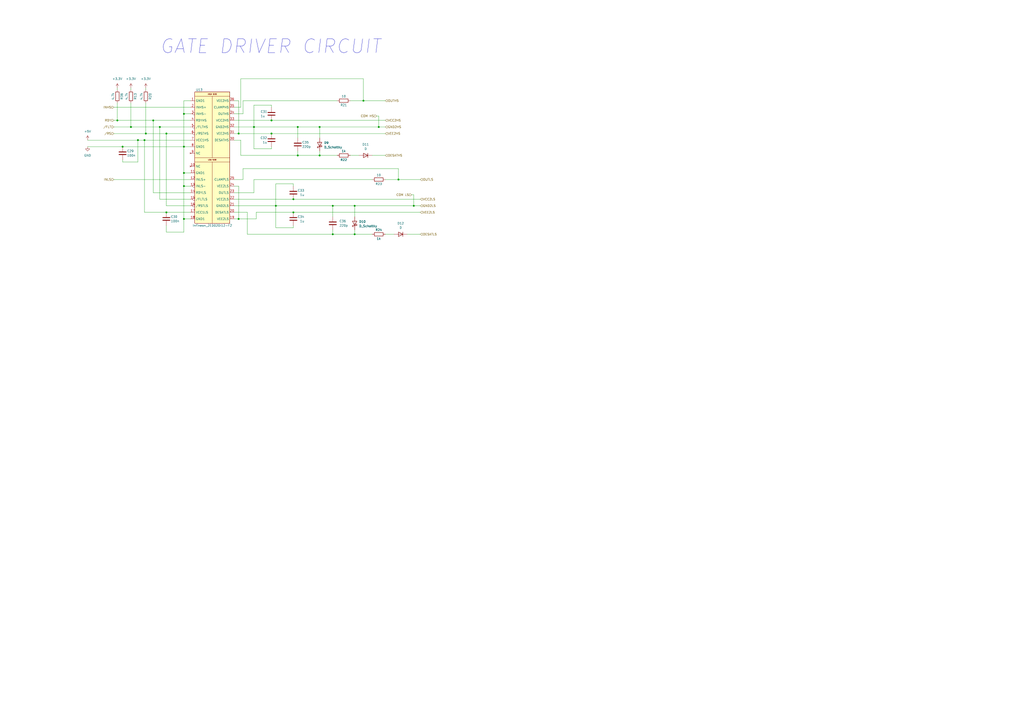
<source format=kicad_sch>
(kicad_sch (version 20231120) (generator "eeschema") (generator_version "8.0")
  (paper "A2")
  (title_block (title "3-phase DC/AC converter with SV-PWM") (date "2023-03-16") (rev "V. 1.1") (comment 1 "Ingrid Hovland") (comment 2 "Eirik Skorve Haugland") (comment 3 "Marius Englund"))
  (lib_symbols
    (symbol "5VISO:+3.3V" (power) (pin_names (offset 0))
      (property "Value" "+3.3V" (at 0 3.556 0))
      (symbol "+3.3V_0_1"
        (polyline (pts (xy -0.762 1.27) (xy 0 2.54)))
        (polyline (pts (xy 0 0) (xy 0 2.54)))
        (polyline (pts (xy 0 2.54) (xy 0.762 1.27)))
      )
      (symbol "+3.3V_1_1"
        (pin power_in line (at 0 0 90) (length 0) hide (name "+3.3V") (number "1"))
      )
    )
    (symbol "Device:C" (pin_numbers hide) (pin_names (offset 0.254))
      (property "Reference" "C" (at 0.635 2.54 0))
      (property "Value" "C" (at 0.635 -2.54 0))
      (symbol "C_0_1"
        (polyline (pts (xy -2.032 -0.762) (xy 2.032 -0.762)) (stroke (width 0.508)))
        (polyline (pts (xy -2.032 0.762) (xy 2.032 0.762)) (stroke (width 0.508)))
      )
      (symbol "C_1_1"
        (pin passive line (at 0 3.81 270) (length 2.794) (name "~") (number "1"))
        (pin passive line (at 0 -3.81 90) (length 2.794) (name "~") (number "2"))
      )
    )
    (symbol "Device:D" (pin_numbers hide) (pin_names (offset 1.016) hide)
      (property "Reference" "D" (at 0 2.54 0))
      (property "Value" "D" (at 0 -2.54 0))
      (symbol "D_0_1"
        (polyline (pts (xy -1.27 1.27) (xy -1.27 -1.27)) (stroke (width 0.254)))
        (polyline (pts (xy 1.27 0) (xy -1.27 0)))
        (polyline (pts (xy 1.27 1.27) (xy 1.27 -1.27) (xy -1.27 0) (xy 1.27 1.27)) (stroke (width 0.254)))
      )
      (symbol "D_1_1"
        (pin passive line (at -3.81 0 0) (length 2.54) (name "K") (number "1"))
        (pin passive line (at 3.81 0 180) (length 2.54) (name "A") (number "2"))
      )
    )
    (symbol "Device:D_Schottky" (pin_numbers hide) (pin_names (offset 1.016) hide)
      (property "Reference" "D" (at 0 2.54 0))
      (property "Value" "D_Schottky" (at 0 -2.54 0))
      (symbol "D_Schottky_0_1"
        (polyline (pts (xy 1.27 0) (xy -1.27 0)))
        (polyline (pts (xy 1.27 1.27) (xy 1.27 -1.27) (xy -1.27 0) (xy 1.27 1.27)) (stroke (width 0.254)))
        (polyline (pts (xy -1.905 0.635) (xy -1.905 1.27) (xy -1.27 1.27) (xy -1.27 -1.27) (xy -0.635 -1.27) (xy -0.635 -0.635)) (stroke (width 0.254)))
      )
      (symbol "D_Schottky_1_1"
        (pin passive line (at -3.81 0 0) (length 2.54) (name "K") (number "1"))
        (pin passive line (at 3.81 0 180) (length 2.54) (name "A") (number "2"))
      )
    )
    (symbol "Device:R" (pin_numbers hide) (pin_names (offset 0))
      (property "Reference" "R" (at 2.032 0 90))
      (property "Value" "R" (at 0 0 90))
      (symbol "R_0_1"
        (rectangle (start -1.016 -2.54) (end 1.016 2.54) (stroke (width 0.254)))
      )
      (symbol "R_1_1"
        (pin passive line (at 0 3.81 270) (length 1.27) (name "~") (number "1"))
        (pin passive line (at 0 -3.81 90) (length 1.27) (name "~") (number "2"))
      )
    )
    (symbol "infineon_2ED020I12-F2:Infineon_2ED020I12-F2"
      (property "Reference" "U11" (at -76.2 113.03 0))
      (property "Value" "Infineon_2ED020I12-F2" (at -76.2 110.49 0))
      (symbol "Infineon_2ED020I12-F2_0_0"
        (polyline (pts (xy -86.36 67.31) (xy -66.04 67.31)))
        (polyline (pts (xy -86.36 105.41) (xy -66.04 105.41)))
        (polyline (pts (xy -76.2 67.31) (xy -76.2 31.75)))
        (polyline (pts (xy -76.2 105.41) (xy -76.2 69.85)))
        (text "HIGH SIDE" (at -76.2 106.68 0) (effects (font (size 0.7 0.7))))
        (text "LOW SIDE" (at -76.2 68.58 0) (effects (font (size 0.7 0.7))))
      )
      (symbol "Infineon_2ED020I12-F2_0_1"
        (rectangle (start -86.36 107.95) (end -66.04 31.75))
        (rectangle (start -86.36 107.95) (end -66.04 31.75) (fill (type background)))
        (polyline (pts (xy -86.36 69.85) (xy -66.04 69.85)))
      )
      (symbol "Infineon_2ED020I12-F2_1_1"
        (pin power_in line (at -88.9 102.87 0) (length 2.54) (name "GND1") (number "1"))
        (pin no_connect line (at -88.9 64.77 0) (length 2.54) (name "NC") (number "10"))
        (pin power_in line (at -88.9 60.96 0) (length 2.54) (name "GND1") (number "11"))
        (pin input line (at -88.9 57.15 0) (length 2.54) (name "INLS+") (number "12"))
        (pin input inverted (at -88.9 53.34 0) (length 2.54) (name "INLS-") (number "13"))
        (pin output line (at -88.9 49.53 0) (length 2.54) (name "RDYLS") (number "14"))
        (pin output inverted (at -88.9 45.72 0) (length 2.54) (name "/FLTLS") (number "15"))
        (pin input inverted (at -88.9 41.91 0) (length 2.54) (name "/RSTLS") (number "16"))
        (pin power_in line (at -88.9 38.1 0) (length 2.54) (name "VCC1LS") (number "17"))
        (pin power_in line (at -88.9 34.29 0) (length 2.54) (name "GND1") (number "18"))
        (pin power_in line (at -63.5 34.29 180) (length 2.54) (name "VEE2LS") (number "19"))
        (pin input line (at -88.9 99.06 0) (length 2.54) (name "INHS+") (number "2"))
        (pin input line (at -63.5 38.1 180) (length 2.54) (name "DESATLS") (number "20"))
        (pin power_in line (at -63.5 41.91 180) (length 2.54) (name "GND2LS") (number "21"))
        (pin power_in line (at -63.5 45.72 180) (length 2.54) (name "VCC2LS") (number "22"))
        (pin power_out line (at -63.5 49.53 180) (length 2.54) (name "OUTLS") (number "23"))
        (pin power_in line (at -63.5 53.34 180) (length 2.54) (name "VEE2LS") (number "24"))
        (pin input line (at -63.5 57.15 180) (length 2.54) (name "CLAMPLS") (number "25"))
        (pin input inverted (at -88.9 95.25 0) (length 2.54) (name "INHS-") (number "3"))
        (pin input line (at -63.5 80.01 180) (length 2.54) (name "DESATHS") (number "30"))
        (pin power_in line (at -63.5 83.82 180) (length 2.54) (name "VEE2HS") (number "31"))
        (pin power_in line (at -63.5 87.63 180) (length 2.54) (name "GND2HS") (number "32"))
        (pin power_in line (at -63.5 91.44 180) (length 2.54) (name "VCC2HS") (number "33"))
        (pin power_out line (at -63.5 95.25 180) (length 2.54) (name "OUTHS") (number "34"))
        (pin input line (at -63.5 99.06 180) (length 2.54) (name "CLAMPHS") (number "35"))
        (pin power_in line (at -63.5 102.87 180) (length 2.54) (name "VEE2HS") (number "36"))
        (pin output line (at -88.9 91.44 0) (length 2.54) (name "RDYHS") (number "4"))
        (pin output inverted (at -88.9 87.63 0) (length 2.54) (name "/FLTHS") (number "5"))
        (pin input inverted (at -88.9 83.82 0) (length 2.54) (name "/RSTHS") (number "6"))
        (pin power_in line (at -88.9 80.01 0) (length 2.54) (name "VCC1HS") (number "7"))
        (pin power_in line (at -88.9 76.2 0) (length 2.54) (name "GND1") (number "8"))
        (pin no_connect line (at -88.9 72.39 0) (length 2.54) (name "NC") (number "9"))
      )
    )
    (symbol "power:+5V" (power) (pin_names (offset 0))
      (property "Value" "+5V" (at 0 3.556 0))
      (symbol "+5V_0_1"
        (polyline (pts (xy -0.762 1.27) (xy 0 2.54)))
        (polyline (pts (xy 0 0) (xy 0 2.54)))
        (polyline (pts (xy 0 2.54) (xy 0.762 1.27)))
      )
      (symbol "+5V_1_1"
        (pin power_in line (at 0 0 90) (length 0) hide (name "+5V") (number "1"))
      )
    )
    (symbol "power:GND" (power) (pin_names (offset 0))
      (property "Value" "GND" (at 0 -3.81 0))
      (symbol "GND_0_1"
        (polyline (pts (xy 0 0) (xy 0 -1.27) (xy 1.27 -1.27) (xy 0 -2.54) (xy -1.27 -1.27) (xy 0 -1.27)))
      )
      (symbol "GND_1_1"
        (pin power_in line (at 0 0 270) (length 0) hide (name "GND") (number "1"))
      )
    )
  )
  (junction (at 106.68 66.04))
  (junction (at 80.01 81.28))
  (junction (at 210.82 58.42))
  (junction (at 88.9 69.85))
  (junction (at 106.68 100.33))
  (junction (at 231.14 104.14))
  (junction (at 92.71 73.66))
  (junction (at 106.68 127))
  (junction (at 170.18 123.19))
  (junction (at 106.68 107.95))
  (junction (at 205.74 119.38))
  (junction (at 75.946 73.66))
  (junction (at 84.582 77.47))
  (junction (at 138.43 77.47))
  (junction (at 157.48 69.85))
  (junction (at 185.42 90.17))
  (junction (at 172.72 73.66))
  (junction (at 160.02 119.38))
  (junction (at 205.74 135.89))
  (junction (at 240.03 119.38))
  (junction (at 138.43 127))
  (junction (at 83.82 81.28))
  (junction (at 170.18 115.57))
  (junction (at 193.04 135.89))
  (junction (at 96.52 77.47))
  (junction (at 147.32 73.66))
  (junction (at 193.04 119.38))
  (junction (at 219.71 73.66))
  (junction (at 172.72 90.17))
  (junction (at 96.52 123.19))
  (junction (at 157.48 77.47))
  (junction (at 71.12 85.09))
  (junction (at 185.42 73.66))
  (junction (at 68.072 69.85))
  (junction (at 106.68 85.09))
  (wire (pts (xy 75.946 59.69) (xy 75.946 73.66)))
  (wire (pts (xy 231.14 97.79) (xy 231.14 104.14)))
  (wire (pts (xy 170.18 123.19) (xy 243.84 123.19)))
  (wire (pts (xy 203.2 58.42) (xy 210.82 58.42)))
  (wire (pts (xy 92.71 115.57) (xy 92.71 73.66)))
  (wire (pts (xy 71.12 92.71) (xy 71.12 93.98)))
  (wire (pts (xy 66.04 69.85) (xy 68.072 69.85)))
  (wire (pts (xy 172.72 73.66) (xy 185.42 73.66)))
  (wire (pts (xy 135.89 104.14) (xy 140.97 104.14)))
  (wire (pts (xy 135.89 69.85) (xy 157.48 69.85)))
  (wire (pts (xy 140.97 58.42) (xy 140.97 66.04)))
  (wire (pts (xy 210.82 45.72) (xy 210.82 58.42)))
  (wire (pts (xy 147.32 73.66) (xy 172.72 73.66)))
  (wire (pts (xy 143.51 123.19) (xy 135.89 123.19)))
  (wire (pts (xy 96.52 123.19) (xy 110.49 123.19)))
  (wire (pts (xy 50.8 85.09) (xy 71.12 85.09)))
  (wire (pts (xy 157.48 86.36) (xy 157.48 85.09)))
  (wire (pts (xy 135.89 119.38) (xy 160.02 119.38)))
  (wire (pts (xy 83.82 123.19) (xy 83.82 81.28)))
  (wire (pts (xy 96.52 130.81) (xy 96.52 134.62)))
  (wire (pts (xy 135.89 66.04) (xy 140.97 66.04)))
  (wire (pts (xy 205.74 119.38) (xy 240.03 119.38)))
  (wire (pts (xy 223.52 104.14) (xy 231.14 104.14)))
  (wire (pts (xy 219.71 67.31) (xy 219.71 73.66)))
  (wire (pts (xy 147.32 104.14) (xy 147.32 111.76)))
  (wire (pts (xy 92.71 73.66) (xy 110.49 73.66)))
  (wire (pts (xy 160.02 106.68) (xy 170.18 106.68)))
  (wire (pts (xy 110.49 127) (xy 106.68 127)))
  (wire (pts (xy 193.04 119.38) (xy 193.04 125.73)))
  (wire (pts (xy 219.71 73.66) (xy 223.52 73.66)))
  (wire (pts (xy 172.72 87.63) (xy 172.72 90.17)))
  (wire (pts (xy 135.89 107.95) (xy 138.43 107.95)) (stroke (width 0) (color 0 132 0 1)))
  (wire (pts (xy 106.68 127) (xy 106.68 107.95)))
  (wire (pts (xy 193.04 133.35) (xy 193.04 135.89)))
  (wire (pts (xy 84.582 59.69) (xy 84.582 77.47)))
  (wire (pts (xy 185.42 73.66) (xy 219.71 73.66)))
  (wire (pts (xy 50.8 81.28) (xy 80.01 81.28)))
  (wire (pts (xy 172.72 73.66) (xy 172.72 80.01)))
  (wire (pts (xy 96.52 134.62) (xy 106.68 134.62)))
  (wire (pts (xy 106.68 85.09) (xy 110.49 85.09)))
  (wire (pts (xy 71.12 93.98) (xy 80.01 93.98)))
  (wire (pts (xy 160.02 132.08) (xy 160.02 119.38)))
  (wire (pts (xy 195.58 58.42) (xy 140.97 58.42)))
  (wire (pts (xy 135.89 127) (xy 138.43 127)))
  (wire (pts (xy 68.072 59.69) (xy 68.072 69.85)))
  (wire (pts (xy 147.32 60.96) (xy 157.48 60.96)))
  (wire (pts (xy 203.2 90.17) (xy 208.28 90.17)))
  (wire (pts (xy 185.42 73.66) (xy 185.42 80.01)))
  (wire (pts (xy 147.32 60.96) (xy 147.32 73.66)))
  (wire (pts (xy 110.49 119.38) (xy 96.52 119.38)))
  (wire (pts (xy 106.68 100.33) (xy 106.68 85.09)))
  (wire (pts (xy 205.74 135.89) (xy 193.04 135.89)))
  (wire (pts (xy 148.59 123.19) (xy 170.18 123.19)))
  (wire (pts (xy 147.32 104.14) (xy 215.9 104.14)))
  (wire (pts (xy 71.12 85.09) (xy 106.68 85.09)))
  (wire (pts (xy 160.02 132.08) (xy 170.18 132.08)))
  (wire (pts (xy 170.18 115.57) (xy 243.84 115.57)))
  (wire (pts (xy 139.7 45.72) (xy 210.82 45.72)))
  (wire (pts (xy 66.04 62.23) (xy 110.49 62.23)))
  (wire (pts (xy 140.97 97.79) (xy 231.14 97.79)))
  (wire (pts (xy 238.76 113.03) (xy 240.03 113.03)))
  (wire (pts (xy 138.43 58.42) (xy 138.43 77.47)) (stroke (width 0) (color 0 132 0 1)))
  (wire (pts (xy 143.51 135.89) (xy 143.51 123.19)))
  (wire (pts (xy 75.946 73.66) (xy 92.71 73.66)))
  (wire (pts (xy 66.04 104.14) (xy 110.49 104.14)))
  (wire (pts (xy 160.02 106.68) (xy 160.02 119.38)))
  (wire (pts (xy 110.49 115.57) (xy 92.71 115.57)))
  (wire (pts (xy 80.01 81.28) (xy 83.82 81.28)))
  (wire (pts (xy 147.32 86.36) (xy 147.32 73.66)))
  (wire (pts (xy 75.946 51.054) (xy 75.946 52.07)))
  (wire (pts (xy 110.49 66.04) (xy 106.68 66.04)))
  (wire (pts (xy 223.52 135.89) (xy 228.6 135.89)))
  (wire (pts (xy 215.9 90.17) (xy 223.52 90.17)))
  (wire (pts (xy 170.18 106.68) (xy 170.18 107.95)))
  (wire (pts (xy 68.072 51.054) (xy 68.072 52.07)))
  (wire (pts (xy 231.14 104.14) (xy 243.84 104.14)))
  (wire (pts (xy 218.44 67.31) (xy 219.71 67.31)))
  (wire (pts (xy 80.01 81.28) (xy 80.01 93.98)))
  (wire (pts (xy 106.68 58.42) (xy 110.49 58.42)))
  (wire (pts (xy 83.82 81.28) (xy 110.49 81.28)))
  (wire (pts (xy 110.49 111.76) (xy 88.9 111.76)))
  (wire (pts (xy 135.89 81.28) (xy 139.7 81.28)))
  (wire (pts (xy 140.97 104.14) (xy 140.97 97.79)))
  (wire (pts (xy 205.74 119.38) (xy 205.74 125.73)))
  (wire (pts (xy 210.82 58.42) (xy 223.52 58.42)))
  (wire (pts (xy 84.582 51.054) (xy 84.582 52.07)))
  (wire (pts (xy 139.7 90.17) (xy 172.72 90.17)))
  (wire (pts (xy 143.51 135.89) (xy 193.04 135.89)))
  (wire (pts (xy 157.48 60.96) (xy 157.48 62.23)))
  (wire (pts (xy 96.52 119.38) (xy 96.52 77.47)))
  (wire (pts (xy 139.7 81.28) (xy 139.7 90.17)))
  (wire (pts (xy 106.68 107.95) (xy 110.49 107.95)))
  (wire (pts (xy 106.68 134.62) (xy 106.68 127)))
  (wire (pts (xy 106.68 107.95) (xy 106.68 100.33)))
  (wire (pts (xy 139.7 62.23) (xy 139.7 45.72)))
  (wire (pts (xy 68.072 69.85) (xy 88.9 69.85)))
  (wire (pts (xy 135.89 115.57) (xy 170.18 115.57)))
  (wire (pts (xy 185.42 90.17) (xy 172.72 90.17)))
  (wire (pts (xy 135.89 77.47) (xy 138.43 77.47)))
  (wire (pts (xy 157.48 69.85) (xy 223.52 69.85)))
  (wire (pts (xy 135.89 58.42) (xy 138.43 58.42)) (stroke (width 0) (color 0 132 0 1)))
  (wire (pts (xy 193.04 119.38) (xy 205.74 119.38)))
  (wire (pts (xy 160.02 119.38) (xy 193.04 119.38)))
  (wire (pts (xy 138.43 77.47) (xy 157.48 77.47)))
  (wire (pts (xy 147.32 73.66) (xy 135.89 73.66)))
  (wire (pts (xy 106.68 100.33) (xy 110.49 100.33)))
  (wire (pts (xy 147.32 86.36) (xy 157.48 86.36)))
  (wire (pts (xy 240.03 113.03) (xy 240.03 119.38)))
  (wire (pts (xy 138.43 107.95) (xy 138.43 127)) (stroke (width 0) (color 0 132 0 1)))
  (wire (pts (xy 135.89 111.76) (xy 147.32 111.76)))
  (wire (pts (xy 66.04 73.66) (xy 75.946 73.66)))
  (wire (pts (xy 88.9 111.76) (xy 88.9 69.85)))
  (wire (pts (xy 106.68 66.04) (xy 106.68 58.42)))
  (wire (pts (xy 135.89 62.23) (xy 139.7 62.23)))
  (wire (pts (xy 205.74 133.35) (xy 205.74 135.89)))
  (wire (pts (xy 240.03 119.38) (xy 243.84 119.38)))
  (wire (pts (xy 170.18 132.08) (xy 170.18 130.81)))
  (wire (pts (xy 88.9 69.85) (xy 110.49 69.85)))
  (wire (pts (xy 83.82 123.19) (xy 96.52 123.19)))
  (wire (pts (xy 185.42 90.17) (xy 195.58 90.17)))
  (wire (pts (xy 84.582 77.47) (xy 96.52 77.47)))
  (wire (pts (xy 66.04 77.47) (xy 84.582 77.47)))
  (wire (pts (xy 106.68 85.09) (xy 106.68 66.04)))
  (wire (pts (xy 236.22 135.89) (xy 243.84 135.89)))
  (wire (pts (xy 138.43 127) (xy 148.59 127)))
  (wire (pts (xy 185.42 87.63) (xy 185.42 90.17)))
  (wire (pts (xy 205.74 135.89) (xy 215.9 135.89)))
  (wire (pts (xy 157.48 77.47) (xy 223.52 77.47)))
  (wire (pts (xy 96.52 77.47) (xy 110.49 77.47)))
  (wire (pts (xy 148.59 127) (xy 148.59 123.19)))
  (text "GATE DRIVER CIRCUIT" (at 92.71 31.75 0) (effects (font (size 8 8) (italic yes)) (justify left bottom)))
  (hierarchical_label "COM HS" (shape input) (at 218.44 67.31 180))
  (hierarchical_label "{slash}FLT" (shape input) (at 66.04 73.66 180))
  (hierarchical_label "VEE2HS" (shape input) (at 223.52 77.47 0))
  (hierarchical_label "DESATLS" (shape input) (at 243.84 135.89 0))
  (hierarchical_label "VEE2LS" (shape input) (at 243.84 123.19 0))
  (hierarchical_label "OUTHS" (shape input) (at 223.52 58.42 0))
  (hierarchical_label "INHS" (shape input) (at 66.04 62.23 180))
  (hierarchical_label "RDY" (shape input) (at 66.04 69.85 180))
  (hierarchical_label "OUTLS" (shape input) (at 243.84 104.14 0))
  (hierarchical_label "VCC2HS" (shape input) (at 223.52 69.85 0))
  (hierarchical_label "{slash}RS" (shape input) (at 66.04 77.47 180))
  (hierarchical_label "GND2HS" (shape input) (at 223.52 73.66 0))
  (hierarchical_label "INLS" (shape input) (at 66.04 104.14 180))
  (hierarchical_label "VCC2LS" (shape input) (at 243.84 115.57 0))
  (hierarchical_label "DESATHS" (shape input) (at 223.52 90.17 0))
  (hierarchical_label "COM LS" (shape input) (at 238.76 113.03 180))
  (hierarchical_label "GND2LS" (shape input) (at 243.84 119.38 0))
  (symbol (lib_id "Device:C") (at 157.48 81.28 0) (unit 1)
    (property "Reference" "C32" (at 154.94 80.01 0) (effects (justify right)))
    (property "Value" "1u" (at 154.94 82.55 0) (effects (justify right)))
    (property "Footprint" "Capacitor_SMD:C_1206_3216Metric_Pad1.33x1.80mm_HandSolder" (effects (hide yes)))
    (instances (project "SV-PWM_card_R01" (path "" (reference "C32") (unit 1)) (path "" (reference "C24") (unit 1)) (path "" (reference "C16") (unit 1))))
  )
  (symbol (lib_id "Device:R") (at 68.072 55.88 0) (unit 1)
    (property "Reference" "R36" (at 70.612 55.88 90))
    (property "Value" "4.7k" (at 65.532 55.88 90))
    (property "Footprint" "Resistor_SMD:R_1206_3216Metric_Pad1.30x1.75mm_HandSolder" (effects (hide yes)))
    (instances (project "SV-PWM_card_R01" (path "" (reference "R36") (unit 1)) (path "" (reference "R35") (unit 1)) (path "" (reference "R32") (unit 1))))
  )
  (symbol (lib_id "Device:C") (at 96.52 127 180) (unit 1)
    (property "Reference" "C30" (at 99.06 125.73 0) (effects (justify right)))
    (property "Value" "100n" (at 99.06 128.27 0) (effects (justify right)))
    (property "Footprint" "Capacitor_SMD:C_1206_3216Metric_Pad1.33x1.80mm_HandSolder" (effects (hide yes)))
    (instances (project "SV-PWM_card_R01" (path "" (reference "C30") (unit 1)) (path "" (reference "C22") (unit 1)) (path "" (reference "C14") (unit 1))))
  )
  (symbol (lib_id "power:GND") (at 50.8 85.09 0) (unit 1)
    (property "Reference" "#PWR0159" (effects (hide yes)))
    (property "Value" "GND" (at 50.8 90.17 0))
    (instances (project "SV-PWM_card_R01" (path "" (reference "#PWR0159") (unit 1)) (path "" (reference "#PWR0157") (unit 1)) (path "" (reference "#PWR0155") (unit 1))))
  )
  (symbol (lib_id "Device:C") (at 71.12 88.9 180) (unit 1)
    (property "Reference" "C29" (at 73.66 87.63 0) (effects (justify right)))
    (property "Value" "100n" (at 73.66 90.17 0) (effects (justify right)))
    (property "Footprint" "Capacitor_SMD:C_1206_3216Metric_Pad1.33x1.80mm_HandSolder" (effects (hide yes)))
    (instances (project "SV-PWM_card_R01" (path "" (reference "C29") (unit 1)) (path "" (reference "C21") (unit 1)) (path "" (reference "C13") (unit 1))))
  )
  (symbol (lib_id "Device:R") (at 199.39 58.42 270) (unit 1)
    (property "Reference" "R21" (at 199.39 60.96 90))
    (property "Value" "10" (at 199.39 55.88 90))
    (property "Footprint" "Resistor_SMD:R_1206_3216Metric_Pad1.30x1.75mm_HandSolder" (effects (hide yes)))
    (instances (project "SV-PWM_card_R01" (path "" (reference "R21") (unit 1)) (path "" (reference "R15") (unit 1)) (path "" (reference "R9") (unit 1))))
  )
  (symbol (lib_id "5VISO:+3.3V") (at 84.582 51.054 0) (unit 1)
    (property "Reference" "#PWR026" (effects (hide yes)))
    (property "Value" "+3.3V" (at 84.582 45.72 0))
    (instances (project "SV-PWM_card_R01" (path "" (reference "#PWR026") (unit 1)) (path "" (reference "#PWR025") (unit 1)) (path "" (reference "#PWR024") (unit 1))))
  )
  (symbol (lib_id "Device:R") (at 75.946 55.88 0) (unit 1)
    (property "Reference" "R13" (at 78.486 55.88 90))
    (property "Value" "4.7k" (at 73.406 55.88 90))
    (property "Footprint" "Resistor_SMD:R_1206_3216Metric_Pad1.30x1.75mm_HandSolder" (effects (hide yes)))
    (instances (project "SV-PWM_card_R01" (path "" (reference "R13") (unit 1)) (path "" (reference "R8") (unit 1)) (path "" (reference "R7") (unit 1))))
  )
  (symbol (lib_id "5VISO:+3.3V") (at 75.946 51.054 0) (unit 1)
    (property "Reference" "#PWR023" (effects (hide yes)))
    (property "Value" "+3.3V" (at 75.946 45.72 0))
    (instances (project "SV-PWM_card_R01" (path "" (reference "#PWR023") (unit 1)) (path "" (reference "#PWR022") (unit 1)) (path "" (reference "#PWR021") (unit 1))))
  )
  (symbol (lib_id "Device:D_Schottky") (at 205.74 129.54 90) (unit 1)
    (property "Reference" "D10" (at 208.28 128.5874 90) (effects (justify right)))
    (property "Value" "D_Schottky" (at 208.28 131.1274 90) (effects (justify right)))
    (property "Footprint" "SVPWM-LIB-footprints:Schottky-BAT165AX" (effects (hide yes)))
    (instances (project "SV-PWM_card_R01" (path "" (reference "D10") (unit 1)) (path "" (reference "D6") (unit 1)) (path "" (reference "D2") (unit 1))))
  )
  (symbol (lib_id "Device:R") (at 84.582 55.88 0) (unit 1)
    (property "Reference" "R20" (at 87.122 55.88 90))
    (property "Value" "4.7k" (at 82.042 55.88 90))
    (property "Footprint" "Resistor_SMD:R_1206_3216Metric_Pad1.30x1.75mm_HandSolder" (effects (hide yes)))
    (instances (project "SV-PWM_card_R01" (path "" (reference "R20") (unit 1)) (path "" (reference "R19") (unit 1)) (path "" (reference "R14") (unit 1))))
  )
  (symbol (lib_id "Device:D") (at 212.09 90.17 180) (unit 1)
    (property "Reference" "D11" (at 212.09 83.82 0))
    (property "Value" "D" (at 212.09 86.36 0))
    (property "Footprint" "SVPWM-LIB-footprints:Diode-SMBJ50CA" (effects (hide yes)))
    (instances (project "SV-PWM_card_R01" (path "" (reference "D11") (unit 1)) (path "" (reference "D7") (unit 1)) (path "" (reference "D3") (unit 1))))
  )
  (symbol (lib_id "power:+5V") (at 50.8 81.28 0) (unit 1)
    (property "Reference" "#PWR0160" (effects (hide yes)))
    (property "Value" "+5V" (at 50.8 76.2 0))
    (instances (project "SV-PWM_card_R01" (path "" (reference "#PWR0160") (unit 1)) (path "" (reference "#PWR0158") (unit 1)) (path "" (reference "#PWR0156") (unit 1))))
  )
  (symbol (lib_id "Device:R") (at 219.71 104.14 270) (unit 1)
    (property "Reference" "R23" (at 219.71 106.68 90))
    (property "Value" "10" (at 219.71 101.6 90))
    (property "Footprint" "Resistor_SMD:R_1206_3216Metric_Pad1.30x1.75mm_HandSolder" (effects (hide yes)))
    (instances (project "SV-PWM_card_R01" (path "" (reference "R23") (unit 1)) (path "" (reference "R17") (unit 1)) (path "" (reference "R11") (unit 1))))
  )
  (symbol (lib_id "Device:C") (at 157.48 66.04 0) (unit 1)
    (property "Reference" "C31" (at 151.13 64.77 0) (effects (justify left)))
    (property "Value" "1u" (at 151.13 67.31 0) (effects (justify left)))
    (property "Footprint" "Capacitor_SMD:C_1206_3216Metric_Pad1.33x1.80mm_HandSolder" (effects (hide yes)))
    (instances (project "SV-PWM_card_R01" (path "" (reference "C31") (unit 1)) (path "" (reference "C23") (unit 1)) (path "" (reference "C15") (unit 1))))
  )
  (symbol (lib_id "Device:R") (at 199.39 90.17 270) (unit 1)
    (property "Reference" "R22" (at 199.39 92.71 90))
    (property "Value" "1k" (at 199.39 87.63 90))
    (property "Footprint" "Resistor_SMD:R_1206_3216Metric_Pad1.30x1.75mm_HandSolder" (effects (hide yes)))
    (instances (project "SV-PWM_card_R01" (path "" (reference "R22") (unit 1)) (path "" (reference "R16") (unit 1)) (path "" (reference "R10") (unit 1))))
  )
  (symbol (lib_id "Device:D") (at 232.41 135.89 180) (unit 1)
    (property "Reference" "D12" (at 232.41 129.54 0))
    (property "Value" "D" (at 232.41 132.08 0))
    (property "Footprint" "SVPWM-LIB-footprints:Diode-SMBJ50CA" (effects (hide yes)))
    (instances (project "SV-PWM_card_R01" (path "" (reference "D12") (unit 1)) (path "" (reference "D8") (unit 1)) (path "" (reference "D4") (unit 1))))
  )
  (symbol (lib_id "Device:D_Schottky") (at 185.42 83.82 90) (unit 1)
    (property "Reference" "D9" (at 187.96 82.8674 90) (effects (justify right)))
    (property "Value" "D_Schottky" (at 187.96 85.4074 90) (effects (justify right)))
    (property "Footprint" "SVPWM-LIB-footprints:Schottky-BAT165AX" (effects (hide yes)))
    (instances (project "SV-PWM_card_R01" (path "" (reference "D9") (unit 1)) (path "" (reference "D5") (unit 1)) (path "" (reference "D1") (unit 1))))
  )
  (symbol (lib_id "Device:C") (at 193.04 129.54 180) (unit 1)
    (property "Reference" "C36" (at 196.85 128.27 0) (effects (justify right)))
    (property "Value" "220p" (at 196.85 130.81 0) (effects (justify right)))
    (property "Footprint" "Capacitor_SMD:C_1206_3216Metric_Pad1.33x1.80mm_HandSolder" (effects (hide yes)))
    (instances (project "SV-PWM_card_R01" (path "" (reference "C36") (unit 1)) (path "" (reference "C28") (unit 1)) (path "" (reference "C20") (unit 1))))
  )
  (symbol (lib_id "Device:C") (at 172.72 83.82 180) (unit 1)
    (property "Reference" "C35" (at 175.26 82.55 0) (effects (justify right)))
    (property "Value" "220p" (at 175.26 85.09 0) (effects (justify right)))
    (property "Footprint" "Capacitor_SMD:C_1206_3216Metric_Pad1.33x1.80mm_HandSolder" (effects (hide yes)))
    (instances (project "SV-PWM_card_R01" (path "" (reference "C35") (unit 1)) (path "" (reference "C27") (unit 1)) (path "" (reference "C19") (unit 1))))
  )
  (symbol (lib_id "Device:C") (at 170.18 111.76 180) (unit 1)
    (property "Reference" "C33" (at 176.53 110.49 0) (effects (justify left)))
    (property "Value" "1u" (at 176.53 113.03 0) (effects (justify left)))
    (property "Footprint" "Capacitor_SMD:C_1206_3216Metric_Pad1.33x1.80mm_HandSolder" (effects (hide yes)))
    (instances (project "SV-PWM_card_R01" (path "" (reference "C33") (unit 1)) (path "" (reference "C25") (unit 1)) (path "" (reference "C17") (unit 1))))
  )
  (symbol (lib_id "5VISO:+3.3V") (at 68.072 51.054 0) (unit 1)
    (property "Reference" "#PWR020" (effects (hide yes)))
    (property "Value" "+3.3V" (at 68.072 45.72 0))
    (instances (project "SV-PWM_card_R01" (path "" (reference "#PWR020") (unit 1)) (path "" (reference "#PWR019") (unit 1)) (path "" (reference "#PWR018") (unit 1))))
  )
  (symbol (lib_id "Device:R") (at 219.71 135.89 270) (mirror x) (unit 1)
    (property "Reference" "R24" (at 219.71 133.35 90))
    (property "Value" "1k" (at 219.71 138.43 90))
    (property "Footprint" "Resistor_SMD:R_1206_3216Metric_Pad1.30x1.75mm_HandSolder" (effects (hide yes)))
    (instances (project "SV-PWM_card_R01" (path "" (reference "R24") (unit 1)) (path "" (reference "R18") (unit 1)) (path "" (reference "R12") (unit 1))))
  )
  (symbol (lib_id "infineon_2ED020I12-F2:Infineon_2ED020I12-F2") (at 199.39 161.29 0) (unit 1)
    (property "Reference" "U13" (at 115.57 52.07 0))
    (property "Value" "Infineon_2ED020I12-F2" (at 123.19 130.81 0))
    (property "Footprint" "SVPWM-LIB-footprints:GateDriver-2ED020I12F2XUMA1" (effects (hide yes)))
    (instances (project "SV-PWM_card_R01" (path "" (reference "U13") (unit 1)) (path "" (reference "U12") (unit 1)) (path "" (reference "U11") (unit 1))))
  )
  (symbol (lib_id "Device:C") (at 170.18 127 0) (unit 1)
    (property "Reference" "C34" (at 176.53 125.73 0) (effects (justify right)))
    (property "Value" "1u" (at 176.53 128.27 0) (effects (justify right)))
    (property "Footprint" "Capacitor_SMD:C_1206_3216Metric_Pad1.33x1.80mm_HandSolder" (effects (hide yes)))
    (instances (project "SV-PWM_card_R01" (path "" (reference "C34") (unit 1)) (path "" (reference "C26") (unit 1)) (path "" (reference "C18") (unit 1))))
  )
)
</source>
